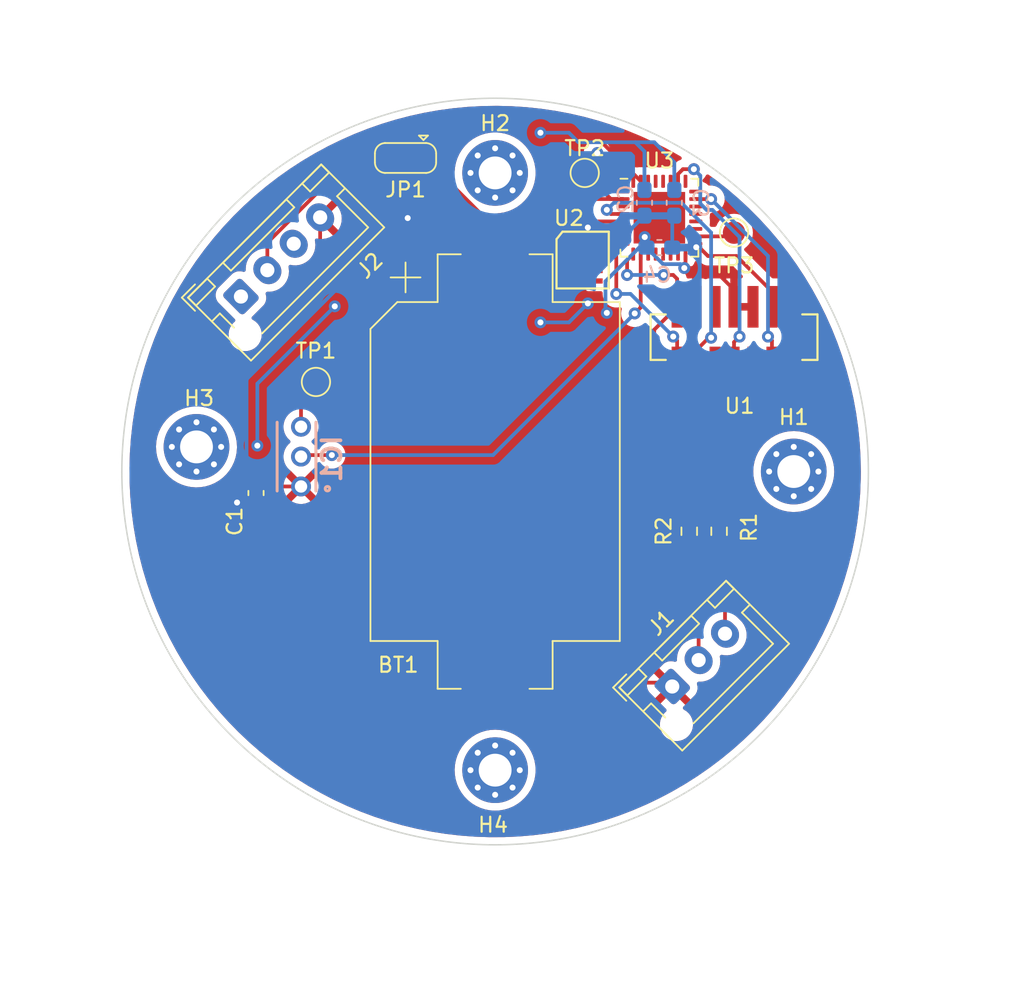
<source format=kicad_pcb>
(kicad_pcb (version 20211014) (generator pcbnew)
  (layers (0 "F.Cu" signal) (31 "B.Cu" signal) (34 "B.Paste" user) (35 "F.Paste" user) (36 "B.SilkS" user "B.Silkscreen") (37 "F.SilkS" user "F.Silkscreen") (38 "B.Mask" user) (39 "F.Mask" user) (44 "Edge.Cuts" user))
  (net 0 "")
  (net 3 "VDD")
  (net 4 "/SWDIO")
  (net 5 "GND")
  (net 6 "/SWDCLK")
  (net 7 "/SWO")
  (net 10 "/NRST")
  (net 11 "/RX")
  (net 12 "/TX")
  (net 13 "/sensor_pwr")
  (net 14 "Net-(IC1-Pad3)")
  (net 16 "/oscillator")
  (net 18 "/CLKOUT")
  (net 19 "Net-(J1-Pad3)")
  (net 20 "Net-(J1-Pad2)")
  (net 22 "/tsl237_frequency")
  (net 33 "/SDWCLK")
  (net 39 "Net-(BT1-Pad1)")
  (net 40 "Net-(J2-Pad2)")
  (footprint "Connector_JST:JST_XH_B4B-XH-AM_1x04_P2.50mm_Vertical" (layer "F.Cu") (at 132.977119 78.28042 45)
    (fp_text reference "J2" (at 7.571912 4.629754 45) (layer "F.SilkS"))
    (fp_text value "Conn_01x04")
    (fp_line (start 9.3 2.75) (end 3.75 2.75) (layer "F.SilkS") (width 0.12))
    (fp_line (start 10.05 -0.2) (end 9.3 -0.2) (layer "F.SilkS") (width 0.12))
    (fp_line (start 0.75 -2.45) (end 0.75 -1.7) (layer "F.SilkS") (width 0.12))
    (fp_line (start -0.75 -1.7) (end -0.75 -2.45) (layer "F.SilkS") (width 0.12))
    (fp_line (start 10.06 3.51) (end 10.06 -2.46) (layer "F.SilkS") (width 0.12))
    (fp_line (start 8.25 -2.45) (end 8.25 -1.7) (layer "F.SilkS") (width 0.12))
    (fp_line (start 3.75 2.75) (end -0.74 2.75) (layer "F.SilkS") (width 0.12))
    (fp_line (start 9.3 -0.2) (end 9.3 2.75) (layer "F.SilkS") (width 0.12))
    (fp_line (start -2.56 -2.46) (end -2.56 3.51) (layer "F.SilkS") (width 0.12))
    (fp_line (start -2.56 3.51) (end 10.06 3.51) (layer "F.SilkS") (width 0.12))
    (fp_line (start -2.85 -2.75) (end -2.85 -1.5) (layer "F.SilkS") (width 0.12))
    (fp_line (start -2.55 -0.2) (end -1.8 -0.2) (layer "F.SilkS") (width 0.12))
    (fp_line (start -2.55 -2.45) (end -2.55 -1.7) (layer "F.SilkS") (width 0.12))
    (fp_line (start -2.55 -1.7) (end -0.75 -1.7) (layer "F.SilkS") (width 0.12))
    (fp_line (start 10.05 -2.45) (end 8.25 -2.45) (layer "F.SilkS") (width 0.12))
    (fp_line (start 6.75 -1.7) (end 6.75 -2.45) (layer "F.SilkS") (width 0.12))
    (fp_line (start -0.75 -2.45) (end -2.55 -2.45) (layer "F.SilkS") (width 0.12))
    (fp_line (start 8.25 -1.7) (end 10.05 -1.7) (layer "F.SilkS") (width 0.12))
    (fp_line (start 10.05 -1.7) (end 10.05 -2.45) (layer "F.SilkS") (width 0.12))
    (fp_line (start 6.75 -2.45) (end 0.75 -2.45) (layer "F.SilkS") (width 0.12))
    (fp_line (start 10.06 -2.46) (end -2.56 -2.46) (layer "F.SilkS") (width 0.12))
    (fp_line (start -1.8 -0.2) (end -1.8 1.14) (layer "F.SilkS") (width 0.12))
    (fp_line (start 0.75 -1.7) (end 6.75 -1.7) (layer "F.SilkS") (width 0.12))
    (fp_line (start -1.6 -2.75) (end -2.85 -2.75) (layer "F.SilkS") (width 0.12))
    (pad "" np_thru_hole circle (at -1.6 2 45) (size 1.2 1.2) (drill 1.2) (layers *.Cu *.Mask))
    (pad "1" thru_hole roundrect (at 0 0 45) (size 1.7 1.95) (drill 0.95) (layers *.Cu *.Mask) (roundrect_rratio 0.147059))
    (pad "2" thru_hole oval (at 2.5 0 45) (size 1.7 1.95) (drill 0.95) (layers *.Cu *.Mask) (net 40 "Net-(J2-Pad2)"))
    (pad "3" thru_hole oval (at 5 0 45) (size 1.7 1.95) (drill 0.95) (layers *.Cu *.Mask))
    (pad "4" thru_hole oval (at 7.5 0 45) (size 1.7 1.95) (drill 0.95) (layers *.Cu *.Mask) (net 5 "GND"))
  )
  (footprint "MountingHole:MountingHole_2.2mm_M2_Pad_Via" (layer "F.Cu") (at 150 110)
    (fp_text reference "H4" (at -0.14 3.665) (layer "F.SilkS"))
    (fp_text value "MountingHole")
    (pad "1" thru_hole circle (at 1.65 0) (size 0.7 0.7) (drill 0.4) (layers *.Cu *.Mask))
    (pad "1" thru_hole circle (at 1.166726 1.166726) (size 0.7 0.7) (drill 0.4) (layers *.Cu *.Mask))
    (pad "1" thru_hole circle (at 0 1.65) (size 0.7 0.7) (drill 0.4) (layers *.Cu *.Mask))
    (pad "1" thru_hole circle (at -1.65 0) (size 0.7 0.7) (drill 0.4) (layers *.Cu *.Mask))
    (pad "1" thru_hole circle (at -1.166726 -1.166726) (size 0.7 0.7) (drill 0.4) (layers *.Cu *.Mask))
    (pad "1" thru_hole circle (at 1.166726 -1.166726) (size 0.7 0.7) (drill 0.4) (layers *.Cu *.Mask))
    (pad "1" thru_hole circle (at -1.166726 1.166726) (size 0.7 0.7) (drill 0.4) (layers *.Cu *.Mask))
    (pad "1" thru_hole circle (at 0 -1.65) (size 0.7 0.7) (drill 0.4) (layers *.Cu *.Mask))
    (pad "1" thru_hole circle (at 0 0) (size 4.4 4.4) (drill 2.2) (layers *.Cu *.Mask))
  )
  (footprint "Connector_JST:JST_XH_B3B-XH-AM_1x03_P2.50mm_Vertical" (layer "F.Cu") (at 161.861002 104.396536 45)
    (fp_text reference "J1" (at 2.5 -3.55 45) (layer "F.SilkS"))
    (fp_text value "Conn_01x03")
    (fp_line (start -2.85 -2.75) (end -2.85 -1.5) (layer "F.SilkS") (width 0.12))
    (fp_line (start -2.55 -0.2) (end -1.8 -0.2) (layer "F.SilkS") (width 0.12))
    (fp_line (start 7.55 -0.2) (end 6.8 -0.2) (layer "F.SilkS") (width 0.12))
    (fp_line (start -1.6 -2.75) (end -2.85 -2.75) (layer "F.SilkS") (width 0.12))
    (fp_line (start 7.55 -1.7) (end 7.55 -2.45) (layer "F.SilkS") (width 0.12))
    (fp_line (start 4.25 -2.45) (end 0.75 -2.45) (layer "F.SilkS") (width 0.12))
    (fp_line (start -0.75 -1.7) (end -0.75 -2.45) (layer "F.SilkS") (width 0.12))
    (fp_line (start 6.8 2.75) (end 2.5 2.75) (layer "F.SilkS") (width 0.12))
    (fp_line (start 2.5 2.75) (end -0.74 2.75) (layer "F.SilkS") (width 0.12))
    (fp_line (start 0.75 -2.45) (end 0.75 -1.7) (layer "F.SilkS") (width 0.12))
    (fp_line (start 7.56 -2.46) (end -2.56 -2.46) (layer "F.SilkS") (width 0.12))
    (fp_line (start 7.55 -2.45) (end 5.75 -2.45) (layer "F.SilkS") (width 0.12))
    (fp_line (start 7.56 3.51) (end 7.56 -2.46) (layer "F.SilkS") (width 0.12))
    (fp_line (start -2.55 -1.7) (end -0.75 -1.7) (layer "F.SilkS") (width 0.12))
    (fp_line (start 5.75 -1.7) (end 7.55 -1.7) (layer "F.SilkS") (width 0.12))
    (fp_line (start -2.55 -2.45) (end -2.55 -1.7) (layer "F.SilkS") (width 0.12))
    (fp_line (start -2.56 -2.46) (end -2.56 3.51) (layer "F.SilkS") (width 0.12))
    (fp_line (start -1.8 -0.2) (end -1.8 1.14) (layer "F.SilkS") (width 0.12))
    (fp_line (start 4.25 -1.7) (end 4.25 -2.45) (layer "F.SilkS") (width 0.12))
    (fp_line (start 6.8 -0.2) (end 6.8 2.75) (layer "F.SilkS") (width 0.12))
    (fp_line (start -2.56 3.51) (end 7.56 3.51) (layer "F.SilkS") (width 0.12))
    (fp_line (start 0.75 -1.7) (end 4.25 -1.7) (layer "F.SilkS") (width 0.12))
    (fp_line (start -0.75 -2.45) (end -2.55 -2.45) (layer "F.SilkS") (width 0.12))
    (fp_line (start 5.75 -2.45) (end 5.75 -1.7) (layer "F.SilkS") (width 0.12))
    (pad "" np_thru_hole circle (at -1.6 2 45) (size 1.2 1.2) (drill 1.2) (layers *.Cu *.Mask))
    (pad "1" thru_hole roundrect (at 0 0 45) (size 1.7 1.95) (drill 0.95) (layers *.Cu *.Mask) (roundrect_rratio 0.147059) (net 5 "GND"))
    (pad "2" thru_hole oval (at 2.5 0 45) (size 1.7 1.95) (drill 0.95) (layers *.Cu *.Mask) (net 20 "Net-(J1-Pad2)"))
    (pad "3" thru_hole oval (at 5 0 45) (size 1.7 1.95) (drill 0.95) (layers *.Cu *.Mask) (net 19 "Net-(J1-Pad3)"))
  )
  (footprint "TestPoint:TestPoint_Pad_D1.5mm" (layer "F.Cu") (at 156 70)
    (fp_text reference "TP2" (at 0 -1.648) (layer "F.SilkS"))
    (fp_text value "TestPoint")
    (fp_circle (center 0 0) (end 0 0.95) (layer "F.SilkS") (width 0.12) (fill none))
    (pad "1" smd circle (at 0 0) (size 1.5 1.5) (layers "F.Cu" "F.Mask") (net 16 "/oscillator"))
  )
  (footprint "Resistor_SMD:R_0603_1608Metric_Pad0.98x0.95mm_HandSolder" (layer "F.Cu") (at 163 94 90)
    (fp_text reference "R2" (at 0 -1.71 90) (layer "F.SilkS"))
    (fp_text value "R_US")
    (fp_line (start -0.254724 -0.5225) (end 0.254724 -0.5225) (layer "F.SilkS") (width 0.12))
    (fp_line (start -0.254724 0.5225) (end 0.254724 0.5225) (layer "F.SilkS") (width 0.12))
    (pad "1" smd roundrect (at -0.9125 0 90) (size 0.975 0.95) (layers "F.Cu" "F.Paste" "F.Mask") (net 20 "Net-(J1-Pad2)"))
    (pad "2" smd roundrect (at 0.9125 0 90) (size 0.975 0.95) (layers "F.Cu" "F.Paste" "F.Mask") (net 11 "/RX"))
  )
  (footprint "Resistor_SMD:R_0603_1608Metric_Pad0.98x0.95mm_HandSolder" (layer "F.Cu") (at 165 94 90)
    (fp_text reference "R1" (at 0.254724 2.005 90) (layer "F.SilkS"))
    (fp_text value "R_US")
    (fp_line (start -0.254724 0.5225) (end 0.254724 0.5225) (layer "F.SilkS") (width 0.12))
    (fp_line (start -0.254724 -0.5225) (end 0.254724 -0.5225) (layer "F.SilkS") (width 0.12))
    (pad "1" smd roundrect (at -0.9125 0 90) (size 0.975 0.95) (layers "F.Cu" "F.Paste" "F.Mask") (net 19 "Net-(J1-Pad3)"))
    (pad "2" smd roundrect (at 0.9125 0 90) (size 0.975 0.95) (layers "F.Cu" "F.Paste" "F.Mask") (net 12 "/TX"))
  )
  (footprint "MountingHole:MountingHole_2.2mm_M2_Pad_Via" (layer "F.Cu") (at 130 88.35)
    (fp_text reference "H3" (at 0.175 -3.26) (layer "F.SilkS"))
    (fp_text value "MountingHole")
    (pad "1" thru_hole circle (at 0 0) (size 4.4 4.4) (drill 2.2) (layers *.Cu *.Mask))
    (pad "1" thru_hole circle (at 0 1.65) (size 0.7 0.7) (drill 0.4) (layers *.Cu *.Mask))
    (pad "1" thru_hole circle (at 0 -1.65) (size 0.7 0.7) (drill 0.4) (layers *.Cu *.Mask))
    (pad "1" thru_hole circle (at 1.166726 -1.166726) (size 0.7 0.7) (drill 0.4) (layers *.Cu *.Mask))
    (pad "1" thru_hole circle (at -1.166726 1.166726) (size 0.7 0.7) (drill 0.4) (layers *.Cu *.Mask))
    (pad "1" thru_hole circle (at -1.65 0) (size 0.7 0.7) (drill 0.4) (layers *.Cu *.Mask))
    (pad "1" thru_hole circle (at -1.166726 -1.166726) (size 0.7 0.7) (drill 0.4) (layers *.Cu *.Mask))
    (pad "1" thru_hole circle (at 1.65 0) (size 0.7 0.7) (drill 0.4) (layers *.Cu *.Mask))
    (pad "1" thru_hole circle (at 1.166726 1.166726) (size 0.7 0.7) (drill 0.4) (layers *.Cu *.Mask))
  )
  (footprint "Capacitor_SMD:C_0603_1608Metric_Pad1.08x0.95mm_HandSolder" (layer "F.Cu") (at 133.985 91.44 90)
    (fp_text reference "C1" (at -1.905 -1.43 90) (layer "F.SilkS"))
    (fp_text value "1uF")
    (fp_line (start -0.146267 0.51) (end 0.146267 0.51) (layer "F.SilkS") (width 0.12))
    (fp_line (start -0.146267 -0.51) (end 0.146267 -0.51) (layer "F.SilkS") (width 0.12))
    (pad "1" smd roundrect (at -0.8625 0 90) (size 1.075 0.95) (layers "F.Cu" "F.Paste" "F.Mask") (net 3 "VDD"))
    (pad "2" smd roundrect (at 0.8625 0 90) (size 1.075 0.95) (layers "F.Cu" "F.Paste" "F.Mask") (net 5 "GND"))
  )
  (footprint "TestPoint:TestPoint_Pad_D1.5mm" (layer "F.Cu") (at 138 84)
    (fp_text reference "TP1" (at 0 -2.085) (layer "F.SilkS"))
    (fp_text value "TestPoint")
    (fp_circle (center 0 0) (end 0 0.95) (layer "F.SilkS") (width 0.12) (fill none))
    (pad "1" smd circle (at 0 0) (size 1.5 1.5) (layers "F.Cu" "F.Mask") (net 14 "Net-(IC1-Pad3)"))
  )
  (footprint "e314-2020:ftsh_14p_connector" (layer "F.Cu") (at 166 81 180)
    (fp_text reference "U1" (at -0.37 -4.60756) (layer "F.SilkS"))
    (fp_text value "STDC14")
    (fp_line (start -4.572 -1.524) (end -5.588 -1.524) (layer "F.SilkS") (width 0.15))
    (fp_line (start 5.588 1.524) (end 4.572 1.524) (layer "F.SilkS") (width 0.15))
    (fp_line (start -5.588 1.524) (end -4.572 1.524) (layer "F.SilkS") (width 0.15))
    (fp_line (start 5.588 -1.524) (end 5.588 1.524) (layer "F.SilkS") (width 0.15))
    (fp_line (start 4.572 -1.524) (end 5.588 -1.524) (layer "F.SilkS") (width 0.15))
    (fp_line (start -5.588 -1.524) (end -5.588 1.524) (layer "F.SilkS") (width 0.15))
    (pad "1" smd rect locked (at -3.81 2.032 180) (size 0.74 2.79) (layers "F.Cu" "F.Paste" "F.Mask"))
    (pad "2" smd rect locked (at -3.81 -2.032 180) (size 0.74 2.79) (layers "F.Cu" "F.Paste" "F.Mask"))
    (pad "3" smd rect locked (at -2.54 2.032 180) (size 0.74 2.79) (layers "F.Cu" "F.Paste" "F.Mask") (net 3 "VDD"))
    (pad "4" smd rect locked (at -2.54 -2.032 180) (size 0.74 2.79) (layers "F.Cu" "F.Paste" "F.Mask") (net 4 "/SWDIO"))
    (pad "5" smd rect locked (at -1.27 2.032 180) (size 0.74 2.79) (layers "F.Cu" "F.Paste" "F.Mask") (net 5 "GND"))
    (pad "6" smd rect locked (at -1.27 -2.032 180) (size 0.74 2.79) (layers "F.Cu" "F.Paste" "F.Mask") (net 6 "/SWDCLK"))
    (pad "7" smd rect locked (at 0 2.032 180) (size 0.74 2.79) (layers "F.Cu" "F.Paste" "F.Mask") (net 5 "GND"))
    (pad "8" smd rect locked (at 0 -2.032 180) (size 0.74 2.79) (layers "F.Cu" "F.Paste" "F.Mask") (net 7 "/SWO"))
    (pad "9" smd rect locked (at 1.27 2.032 180) (size 0.74 2.79) (layers "F.Cu" "F.Paste" "F.Mask"))
    (pad "10" smd rect locked (at 1.27 -2.032 180) (size 0.74 2.79) (layers "F.Cu" "F.Paste" "F.Mask"))
    (pad "11" smd rect locked (at 2.54 2.032 180) (size 0.74 2.79) (layers "F.Cu" "F.Paste" "F.Mask") (net 5 "GND"))
    (pad "12" smd rect locked (at 2.54 -2.032 180) (size 0.74 2.79) (layers "F.Cu" "F.Paste" "F.Mask") (net 10 "/NRST"))
    (pad "13" smd rect locked (at 3.81 2.032 180) (size 0.74 2.79) (layers "F.Cu" "F.Paste" "F.Mask") (net 11 "/RX"))
    (pad "14" smd rect locked (at 3.81 -2.032 180) (size 0.74 2.79) (layers "F.Cu" "F.Paste" "F.Mask") (net 12 "/TX"))
  )
  (footprint "MountingHole:MountingHole_2.2mm_M2_Pad_Via" (layer "F.Cu") (at 170 90)
    (fp_text reference "H1" (at 0 -3.64) (layer "F.SilkS"))
    (fp_text value "MountingHole")
    (pad "1" thru_hole circle (at 1.166726 -1.166726) (size 0.7 0.7) (drill 0.4) (layers *.Cu *.Mask))
    (pad "1" thru_hole circle (at 1.65 0) (size 0.7 0.7) (drill 0.4) (layers *.Cu *.Mask))
    (pad "1" thru_hole circle (at -1.65 0) (size 0.7 0.7) (drill 0.4) (layers *.Cu *.Mask))
    (pad "1" thru_hole circle (at 0 0) (size 4.4 4.4) (drill 2.2) (layers *.Cu *.Mask))
    (pad "1" thru_hole circle (at 0 1.65) (size 0.7 0.7) (drill 0.4) (layers *.Cu *.Mask))
    (pad "1" thru_hole circle (at 0 -1.65) (size 0.7 0.7) (drill 0.4) (layers *.Cu *.Mask))
    (pad "1" thru_hole circle (at 1.166726 1.166726) (size 0.7 0.7) (drill 0.4) (layers *.Cu *.Mask))
    (pad "1" thru_hole circle (at -1.166726 -1.166726) (size 0.7 0.7) (drill 0.4) (layers *.Cu *.Mask))
    (pad "1" thru_hole circle (at -1.166726 1.166726) (size 0.7 0.7) (drill 0.4) (layers *.Cu *.Mask))
  )
  (footprint "e314-2020:TG-3541CE" (layer "F.Cu") (at 157.7125 72.4375)
    (fp_text reference "U2" (at -2.7725 0.5875) (layer "F.SilkS"))
    (fp_text value "TG-3541CE")
    (fp_line (start -0.1 1.5) (end -0.1 5.3) (layer "F.SilkS") (width 0.15))
    (fp_line (start -3.6 5.3) (end -3.6 2) (layer "F.SilkS") (width 0.15))
    (fp_line (start -0.1 5.3) (end -3.6 5.3) (layer "F.SilkS") (width 0.15))
    (fp_line (start -3.6 2) (end -3.2 1.5) (layer "F.SilkS") (width 0.15))
    (fp_line (start -3.2 1.5) (end -0.1 1.5) (layer "F.SilkS") (width 0.15))
    (pad "1" smd rect locked (at -2.7 2) (size 0.9 0.35) (layers "F.Cu" "F.Paste" "F.Mask") (net 3 "VDD"))
    (pad "2" smd rect locked (at -2.7 2.7) (size 0.9 0.35) (layers "F.Cu" "F.Paste" "F.Mask") (net 3 "VDD"))
    (pad "3" smd rect locked (at -2.7 3.4) (size 0.9 0.35) (layers "F.Cu" "F.Paste" "F.Mask") (net 3 "VDD"))
    (pad "4" smd rect locked (at -2.7 4.1) (size 0.9 0.35) (layers "F.Cu" "F.Paste" "F.Mask") (net 16 "/oscillator"))
    (pad "5" smd rect locked (at -2.7 4.8) (size 0.9 0.35) (layers "F.Cu" "F.Paste" "F.Mask") (net 5 "GND"))
    (pad "6" smd rect locked (at -0.96 4.8) (size 0.9 0.35) (layers "F.Cu" "F.Paste" "F.Mask"))
    (pad "7" smd rect locked (at -0.96 4.1) (size 0.9 0.35) (layers "F.Cu" "F.Paste" "F.Mask") (net 5 "GND"))
    (pad "8" smd rect locked (at -0.96 3.4) (size 0.9 0.35) (layers "F.Cu" "F.Paste" "F.Mask") (net 5 "GND"))
    (pad "9" smd rect locked (at -0.96 2.7) (size 0.9 0.35) (layers "F.Cu" "F.Paste" "F.Mask") (net 5 "GND"))
    (pad "10" smd rect locked (at -0.96 2) (size 0.9 0.35) (layers "F.Cu" "F.Paste" "F.Mask"))
  )
  (footprint "MountingHole:MountingHole_2.2mm_M2_Pad_Via" (layer "F.Cu") (at 150 70)
    (fp_text reference "H2" (at 0 -3.325) (layer "F.SilkS"))
    (fp_text value "MountingHole")
    (pad "1" thru_hole circle (at 0 0) (size 4.4 4.4) (drill 2.2) (layers *.Cu *.Mask))
    (pad "1" thru_hole circle (at 0 1.65) (size 0.7 0.7) (drill 0.4) (layers *.Cu *.Mask))
    (pad "1" thru_hole circle (at -1.65 0) (size 0.7 0.7) (drill 0.4) (layers *.Cu *.Mask))
    (pad "1" thru_hole circle (at -1.166726 1.166726) (size 0.7 0.7) (drill 0.4) (layers *.Cu *.Mask))
    (pad "1" thru_hole circle (at 1.166726 1.166726) (size 0.7 0.7) (drill 0.4) (layers *.Cu *.Mask))
    (pad "1" thru_hole circle (at 0 -1.65) (size 0.7 0.7) (drill 0.4) (layers *.Cu *.Mask))
    (pad "1" thru_hole circle (at -1.166726 -1.166726) (size 0.7 0.7) (drill 0.4) (layers *.Cu *.Mask))
    (pad "1" thru_hole circle (at 1.65 0) (size 0.7 0.7) (drill 0.4) (layers *.Cu *.Mask))
    (pad "1" thru_hole circle (at 1.166726 -1.166726) (size 0.7 0.7) (drill 0.4) (layers *.Cu *.Mask))
  )
  (footprint "Package_DFN_QFN:QFN-32-1EP_5x5mm_P0.5mm_EP3.45x3.45mm" (layer "F.Cu") (at 161 73)
    (fp_text reference "U3" (at 0 -3.82) (layer "F.SilkS"))
    (fp_text value "STM32L432KCUx")
    (fp_line (start -2.135 -2.61) (end -2.61 -2.61) (layer "F.SilkS") (width 0.12))
    (fp_line (start 2.61 2.61) (end 2.61 2.135) (layer "F.SilkS") (width 0.12))
    (fp_line (start -2.61 2.61) (end -2.61 2.135) (layer "F.SilkS") (width 0.12))
    (fp_line (start 2.135 -2.61) (end 2.61 -2.61) (layer "F.SilkS") (width 0.12))
    (fp_line (start 2.61 -2.61) (end 2.61 -2.135) (layer "F.SilkS") (width 0.12))
    (fp_line (start 2.135 2.61) (end 2.61 2.61) (layer "F.SilkS") (width 0.12))
    (fp_line (start -2.135 2.61) (end -2.61 2.61) (layer "F.SilkS") (width 0.12))
    (pad "1" smd roundrect (at -2.4375 -1.75) (size 0.875 0.25) (layers "F.Cu" "F.Paste" "F.Mask") (net 3 "VDD"))
    (pad "2" smd roundrect (at -2.4375 -1.25) (size 0.875 0.25) (layers "F.Cu" "F.Paste" "F.Mask") (net 16 "/oscillator"))
    (pad "3" smd roundrect (at -2.4375 -0.75) (size 0.875 0.25) (layers "F.Cu" "F.Paste" "F.Mask"))
    (pad "4" smd roundrect (at -2.4375 -0.25) (size 0.875 0.25) (layers "F.Cu" "F.Paste" "F.Mask") (net 10 "/NRST"))
    (pad "5" smd roundrect (at -2.4375 0.25) (size 0.875 0.25) (layers "F.Cu" "F.Paste" "F.Mask") (net 3 "VDD"))
    (pad "6" smd roundrect (at -2.4375 0.75) (size 0.875 0.25) (layers "F.Cu" "F.Paste" "F.Mask") (net 22 "/tsl237_frequency"))
    (pad "7" smd roundrect (at -2.4375 1.25) (size 0.875 0.25) (layers "F.Cu" "F.Paste" "F.Mask"))
    (pad "8" smd roundrect (at -2.4375 1.75) (size 0.875 0.25) (layers "F.Cu" "F.Paste" "F.Mask") (net 12 "/TX"))
    (pad "9" smd roundrect (at -1.75 2.4375) (size 0.25 0.875) (layers "F.Cu" "F.Paste" "F.Mask") (net 11 "/RX"))
    (pad "10" smd roundrect (at -1.25 2.4375) (size 0.25 0.875) (layers "F.Cu" "F.Paste" "F.Mask") (net 13 "/sensor_pwr"))
    (pad "11" smd roundrect (at -0.75 2.4375) (size 0.25 0.875) (layers "F.Cu" "F.Paste" "F.Mask"))
    (pad "12" smd roundrect (at -0.25 2.4375) (size 0.25 0.875) (layers "F.Cu" "F.Paste" "F.Mask"))
    (pad "13" smd roundrect (at 0.25 2.4375) (size 0.25 0.875) (layers "F.Cu" "F.Paste" "F.Mask"))
    (pad "14" smd roundrect (at 0.75 2.4375) (size 0.25 0.875) (layers "F.Cu" "F.Paste" "F.Mask"))
    (pad "15" smd roundrect (at 1.25 2.4375) (size 0.25 0.875) (layers "F.Cu" "F.Paste" "F.Mask"))
    (pad "16" smd roundrect (at 1.75 2.4375) (size 0.25 0.875) (layers "F.Cu" "F.Paste" "F.Mask") (net 5 "GND"))
    (pad "17" smd roundrect (at 2.4375 1.75) (size 0.875 0.25) (layers "F.Cu" "F.Paste" "F.Mask") (net 3 "VDD"))
    (pad "18" smd roundrect (at 2.4375 1.25) (size 0.875 0.25) (layers "F.Cu" "F.Paste" "F.Mask") (net 18 "/CLKOUT"))
    (pad "19" smd roundrect (at 2.4375 0.75) (size 0.875 0.25) (layers "F.Cu" "F.Paste" "F.Mask"))
    (pad "20" smd roundrect (at 2.4375 0.25) (size 0.875 0.25) (layers "F.Cu" "F.Paste" "F.Mask"))
    (pad "21" smd roundrect (at 2.4375 -0.25) (size 0.875 0.25) (layers "F.Cu" "F.Paste" "F.Mask"))
    (pad "22" smd roundrect (at 2.4375 -0.75) (size 0.875 0.25) (layers "F.Cu" "F.Paste" "F.Mask"))
    (pad "23" smd roundrect (at 2.4375 -1.25) (size 0.875 0.25) (layers "F.Cu" "F.Paste" "F.Mask") (net 4 "/SWDIO"))
    (pad "24" smd roundrect (at 2.4375 -1.75) (size 0.875 0.25) (layers "F.Cu" "F.Paste" "F.Mask") (net 33 "/SDWCLK"))
    (pad "25" smd roundrect (at 1.75 -2.4375) (size 0.25 0.875) (layers "F.Cu" "F.Paste" "F.Mask"))
    (pad "26" smd roundrect (at 1.25 -2.4375) (size 0.25 0.875) (layers "F.Cu" "F.Paste" "F.Mask") (net 7 "/SWO"))
    (pad "27" smd roundrect (at 0.75 -2.4375) (size 0.25 0.875) (layers "F.Cu" "F.Paste" "F.Mask"))
    (pad "28" smd roundrect (at 0.25 -2.4375) (size 0.25 0.875) (layers "F.Cu" "F.Paste" "F.Mask"))
    (pad "29" smd roundrect (at -0.25 -2.4375) (size 0.25 0.875) (layers "F.Cu" "F.Paste" "F.Mask"))
    (pad "30" smd roundrect (at -0.75 -2.4375) (size 0.25 0.875) (layers "F.Cu" "F.Paste" "F.Mask"))
    (pad "31" smd roundrect (at -1.25 -2.4375) (size 0.25 0.875) (layers "F.Cu" "F.Paste" "F.Mask") (net 5 "GND"))
    (pad "32" smd roundrect (at -1.75 -2.4375) (size 0.25 0.875) (layers "F.Cu" "F.Paste" "F.Mask") (net 5 "GND"))
    (pad "33" smd rect (at 0 0) (size 3.45 3.45) (layers "F.Cu" "F.Mask") (net 5 "GND"))
  )
  (footprint "TestPoint:TestPoint_Pad_D1.5mm" (layer "F.Cu") (at 166 74)
    (fp_text reference "TP3" (at 0 2.2) (layer "F.SilkS"))
    (fp_text value "TestPoint")
    (fp_circle (center 0 0) (end 0 0.95) (layer "F.SilkS") (width 0.12) (fill none))
    (pad "1" smd circle (at 0 0) (size 1.5 1.5) (layers "F.Cu" "F.Mask") (net 18 "/CLKOUT"))
  )
  (footprint "Jumper:SolderJumper-3_P1.3mm_Open_RoundedPad1.0x1.5mm" (layer "F.Cu") (at 144 69 180)
    (fp_text reference "JP1" (at 0 -2.12) (layer "F.SilkS"))
    (fp_text value "Jumper_3_Open")
    (fp_line (start -1.2 1.2) (end -1.5 1.5) (layer "F.SilkS") (width 0.12))
    (fp_line (start -1.5 1.5) (end -0.9 1.5) (layer "F.SilkS") (width 0.12))
    (fp_line (start -2.05 0.3) (end -2.05 -0.3) (layer "F.SilkS") (width 0.12))
    (fp_line (start 2.05 -0.3) (end 2.05 0.3) (layer "F.SilkS") (width 0.12))
    (fp_line (start -1.4 -1) (end 1.4 -1) (layer "F.SilkS") (width 0.12))
    (fp_line (start 1.4 1) (end -1.4 1) (layer "F.SilkS") (width 0.12))
    (fp_line (start -1.2 1.2) (end -0.9 1.5) (layer "F.SilkS") (width 0.12))
    (fp_arc (start -2.05 -0.3) (mid -1.844975 -0.794975) (end -1.35 -1) (layer "F.SilkS") (width 0.12))
    (fp_arc (start 2.05 0.3) (mid 1.844975 0.794975) (end 1.35 1) (layer "F.SilkS") (width 0.12))
    (fp_arc (start 1.35 -1) (mid 1.844975 -0.794975) (end 2.05 -0.3) (layer "F.SilkS") (width 0.12))
    (fp_arc (start -1.35 1) (mid -1.844975 0.794975) (end -2.05 0.3) (layer "F.SilkS") (width 0.12))
    (pad "1" smd custom (at -1.3 0 180) (size 1 0.5) (layers "F.Cu" "F.Mask") (net 39 "Net-(BT1-Pad1)") (options (clearance outline) (anchor rect)) (primitives (gr_circle (center 0 0.25) (end 0.5 0.25) (width 0) (fill yes)) (gr_circle (center 0 -0.25) (end 0.5 -0.25) (width 0) (fill yes)) (gr_poly (pts (xy 0.55 0.75) (xy 0 0.75) (xy 0 -0.75) (xy 0.55 -0.75)) (width 0) (fill yes))))
    (pad "2" smd rect (at 0 0 180) (size 1 1.5) (layers "F.Cu" "F.Mask") (net 3 "VDD"))
    (pad "3" smd custom (at 1.3 0 180) (size 1 0.5) (layers "F.Cu" "F.Mask") (net 40 "Net-(J2-Pad2)") (options (clearance outline) (anchor rect)) (primitives (gr_circle (center 0 0.25) (end 0.5 0.25) (width 0) (fill yes)) (gr_circle (center 0 -0.25) (end 0.5 -0.25) (width 0) (fill yes)) (gr_poly (pts (xy 0 0.75) (xy -0.55 0.75) (xy -0.55 -0.75) (xy 0 -0.75)) (width 0) (fill yes))))
  )
  (footprint "Battery:BatteryHolder_Keystone_1060_1x2032" (layer "F.Cu") (at 150 90 -90)
    (fp_text reference "BT1" (at 12.95 6.49 180) (layer "F.SilkS"))
    (fp_text value "Battery_Cell")
    (fp_line (start 14.55 3.85) (end 14.55 2.3) (layer "F.SilkS") (width 0.12))
    (fp_line (start -12 6) (end -14 6) (layer "F.SilkS") (width 0.12))
    (fp_line (start -11.35 -3.85) (end -14.55 -3.85) (layer "F.SilkS") (width 0.12))
    (fp_line (start 11.35 8.35) (end 11.35 3.85) (layer "F.SilkS") (width 0.12))
    (fp_line (start -11.35 6.55) (end -11.35 3.85) (layer "F.SilkS") (width 0.12))
    (fp_line (start -14.55 3.85) (end -14.55 2.3) (layer "F.SilkS") (width 0.12))
    (fp_line (start 11.35 8.35) (end -9.55 8.35) (layer "F.SilkS") (width 0.12))
    (fp_line (start -11.35 -8.35) (end -11.35 -3.85) (layer "F.SilkS") (width 0.12))
    (fp_line (start -9.55 8.35) (end -11.35 6.55) (layer "F.SilkS") (width 0.12))
    (fp_line (start 11.35 -3.85) (end 14.55 -3.85) (layer "F.SilkS") (width 0.12))
    (fp_line (start -13 5) (end -13 7) (layer "F.SilkS") (width 0.12))
    (fp_line (start 11.35 3.85) (end 14.55 3.85) (layer "F.SilkS") (width 0.12))
    (fp_line (start 11.35 -8.35) (end 11.35 -3.85) (layer "F.SilkS") (width 0.12))
    (fp_line (start 14.55 -3.85) (end 14.55 -2.3) (layer "F.SilkS") (width 0.12))
    (fp_line (start -11.35 3.85) (end -14.55 3.85) (layer "F.SilkS") (width 0.12))
    (fp_line (start -11.35 -8.35) (end 11.35 -8.35) (layer "F.SilkS") (width 0.12))
    (fp_line (start -14.55 -3.85) (end -14.55 -2.3) (layer "F.SilkS") (width 0.12))
    (pad "1" smd rect (at -14.65 0 90) (size 2.6 3.6) (layers "F.Cu" "F.Paste" "F.Mask") (net 39 "Net-(BT1-Pad1)"))
    (pad "2" smd rect (at 14.65 0 90) (size 2.6 3.6) (layers "F.Cu" "F.Paste" "F.Mask") (net 5 "GND"))
  )
  (footprint "Capacitor_SMD:C_0603_1608Metric_Pad1.08x0.95mm_HandSolder" (layer "B.Cu") (at 162 72 90)
    (fp_text reference "C3" (at 0 1.83 90) (layer "B.SilkS") (effects (justify mirror)))
    (fp_text value "1uF")
    (fp_line (start -0.146267 -0.51) (end 0.146267 -0.51) (layer "B.SilkS") (width 0.12))
    (fp_line (start -0.146267 0.51) (end 0.146267 0.51) (layer "B.SilkS") (width 0.12))
    (pad "1" smd roundrect (at -0.8625 0 90) (size 1.075 0.95) (layers "B.Cu" "B.Paste" "B.Mask") (net 3 "VDD"))
    (pad "2" smd roundrect (at 0.8625 0 90) (size 1.075 0.95) (layers "B.Cu" "B.Paste" "B.Mask") (net 5 "GND"))
  )
  (footprint "e314-2020:TSL237S-LF" (layer "B.Cu") (at 137 89 90)
    (fp_text reference "IC1" (at -0.151 2.065 90) (layer "B.SilkS") (effects (font (size 1.27 1.27) (thickness 0.254)) (justify mirror)))
    (fp_text value "TSL237S-LF" hide)
    (fp_line (start 2.3 -1.6) (end -2.3 -1.6) (layer "B.SilkS") (width 0.2))
    (fp_line (start -2.3 1) (end 2.3 1) (layer "B.SilkS") (width 0.2))
    (fp_circle (center -2.149 1.77) (end -2.149 1.72313) (layer "B.SilkS") (width 0.2) (fill none))
    (pad "1" thru_hole circle locked (at -2 0 90) (size 1.33 1.33) (drill 0.83) (layers *.Cu *.Mask) (net 5 "GND"))
    (pad "2" thru_hole circle locked (at 0 0 90) (size 1.33 1.33) (drill 0.83) (layers *.Cu *.Mask) (net 13 "/sensor_pwr"))
    (pad "3" thru_hole circle locked (at 2 0 90) (size 1.33 1.33) (drill 0.83) (layers *.Cu *.Mask) (net 14 "Net-(IC1-Pad3)"))
  )
  (footprint "Capacitor_SMD:C_0603_1608Metric_Pad1.08x0.95mm_HandSolder" (layer "B.Cu") (at 161 75 180)
    (fp_text reference "C4" (at 0.146267 -1.835 180) (layer "B.SilkS") (effects (justify mirror)))
    (fp_text value "0.1uF")
    (fp_line (start -0.146267 -0.51) (end 0.146267 -0.51) (layer "B.SilkS") (width 0.12))
    (fp_line (start -0.146267 0.51) (end 0.146267 0.51) (layer "B.SilkS") (width 0.12))
    (pad "1" smd roundrect (at -0.8625 0 180) (size 1.075 0.95) (layers "B.Cu" "B.Paste" "B.Mask") (net 3 "VDD"))
    (pad "2" smd roundrect (at 0.8625 0 180) (size 1.075 0.95) (layers "B.Cu" "B.Paste" "B.Mask") (net 5 "GND"))
  )
  (footprint "Capacitor_SMD:C_0603_1608Metric_Pad1.08x0.95mm_HandSolder" (layer "B.Cu") (at 160 72 90)
    (fp_text reference "C2" (at 0.245 -1.25 90) (layer "B.SilkS") (effects (justify mirror)))
    (fp_text value "0.1uF")
    (fp_line (start -0.146267 0.51) (end 0.146267 0.51) (layer "B.SilkS") (width 0.12))
    (fp_line (start -0.146267 -0.51) (end 0.146267 -0.51) (layer "B.SilkS") (width 0.12))
    (pad "1" smd roundrect (at -0.8625 0 90) (size 1.075 0.95) (layers "B.Cu" "B.Paste" "B.Mask") (net 3 "VDD"))
    (pad "2" smd roundrect (at 0.8625 0 90) (size 1.075 0.95) (layers "B.Cu" "B.Paste" "B.Mask") (net 5 "GND"))
  )
  (gr_circle (center 150 90) (end 175 90) (layer "Edge.Cuts") (width 0.1) (fill none))
  (segment (start 163.4375 74.947027) (end 163.469176 74.978703) (width 0.25) (layer "F.Cu") (net 3))
  (segment (start 158.75 71.12) (end 158.75 70.5745) (width 0.25) (layer "F.Cu") (net 3))
  (segment (start 155.0125 75.8375) (end 155.0125 75.1375) (width 0.25) (layer "F.Cu") (net 3))
  (segment (start 144 69) (end 144 72.88) (width 0.25) (layer "F.Cu") (net 3))
  (segment (start 156.21 73.66) (end 155.79 73.66) (width 0.25) (layer "F.Cu") (net 3))
  (segment (start 155.0125 75.1375) (end 155.0125 74.4375) (width 0.25) (layer "F.Cu") (net 3))
  (segment (start 168.54 78.968) (end 168.54 77.943) (width 0.25) (layer "F.Cu") (net 3))
  (segment (start 158.62 71.25) (end 158.75 71.12) (width 0.25) (layer "F.Cu") (net 3))
  (segment (start 158.75 70.5745) (end 156.845 68.6695) (width 0.25) (layer "F.Cu") (net 3))
  (segment (start 132.715 92.075) (end 133.7575 92.075) (width 0.25) (layer "F.Cu") (net 3))
  (segment (start 164.2525 75.565) (end 163.4375 74.75) (width 0.25) (layer "F.Cu") (net 3))
  (segment (start 163.4375 74.75) (end 163.4375 74.947027) (width 0.25) (layer "F.Cu") (net 3))
  (segment (start 133.7575 92.075) (end 133.985 92.3025) (width 0.25) (layer "F.Cu") (net 3))
  (segment (start 156.62 73.25) (end 156.21 73.66) (width 0.25) (layer "F.Cu") (net 3))
  (segment (start 158.5625 71.25) (end 158.62 71.25) (width 0.25) (layer "F.Cu") (net 3))
  (segment (start 158.5625 73.25) (end 156.62 73.25) (width 0.25) (layer "F.Cu") (net 3))
  (segment (start 155.79 73.66) (end 155.0125 74.4375) (width 0.25) (layer "F.Cu") (net 3))
  (segment (start 168.54 77.943) (end 166.162 75.565) (width 0.25) (layer "F.Cu") (net 3))
  (segment (start 144 72.88) (end 144.145 73.025) (width 0.25) (layer "F.Cu") (net 3))
  (segment (start 166.162 75.565) (end 164.2525 75.565) (width 0.25) (layer "F.Cu") (net 3))
  (via (at 132.715 92.075) (size 0.8) (drill 0.4) (layers "F.Cu" "B.Cu") (net 3))
  (via (at 156.845 68.6695) (size 0.8) (drill 0.4) (layers "F.Cu" "B.Cu") (net 3))
  (via (at 163.469176 74.978703) (size 0.8) (drill 0.4) (layers "F.Cu" "B.Cu") (net 3))
  (via (at 156.21 73.66) (size 0.8) (drill 0.4) (layers "F.Cu" "B.Cu") (net 3))
  (via (at 144.145 73.025) (size 0.8) (drill 0.4) (layers "F.Cu" "B.Cu") (net 3))
  (segment (start 161.883797 74.978703) (end 161.8625 75) (width 0.25) (layer "B.Cu") (net 3))
  (segment (start 144.145 73.025) (end 155.575 73.025) (width 0.25) (layer "B.Cu") (net 3))
  (segment (start 132.715 89.535) (end 132.715 92.075) (width 0.25) (layer "B.Cu") (net 3))
  (segment (start 155.575 73.025) (end 156.21 73.66) (width 0.25) (layer "B.Cu") (net 3))
  (segment (start 133.35 83.82) (end 133.35 88.9) (width 0.25) (layer "B.Cu") (net 3))
  (segment (start 154.305 69.215) (end 154.305 71.755) (width 0.25) (layer "B.Cu") (net 3))
  (segment (start 160 72.8625) (end 158.477989 74.384511) (width 0.25) (layer "B.Cu") (net 3))
  (segment (start 158.477989 74.384511) (end 156.934511 74.384511) (width 0.25) (layer "B.Cu") (net 3))
  (segment (start 133.35 88.9) (end 132.715 89.535) (width 0.25) (layer "B.Cu") (net 3))
  (segment (start 154.305 71.755) (end 156.21 73.66) (width 0.25) (layer "B.Cu") (net 3))
  (segment (start 161.8625 75) (end 161.8625 73) (width 0.25) (layer "B.Cu") (net 3))
  (segment (start 163.469176 74.978703) (end 161.883797 74.978703) (width 0.25) (layer "B.Cu") (net 3))
  (segment (start 154.8505 68.6695) (end 154.305 69.215) (width 0.25) (layer "B.Cu") (net 3))
  (segment (start 156.845 68.6695) (end 154.8505 68.6695) (width 0.25) (layer "B.Cu") (net 3))
  (segment (start 161.8625 73) (end 162 72.8625) (width 0.25) (layer "B.Cu") (net 3))
  (segment (start 144.145 73.025) (end 133.35 83.82) (width 0.25) (layer "B.Cu") (net 3))
  (segment (start 156.934511 74.384511) (end 156.21 73.66) (width 0.25) (layer "B.Cu") (net 3))
  (segment (start 168.54 81.227502) (end 168.275 80.962502) (width 0.25) (layer "F.Cu") (net 4))
  (segment (start 163.4425 71.755) (end 163.4375 71.75) (width 0.25) (layer "F.Cu") (net 4))
  (segment (start 168.54 83.032) (end 168.54 81.227502) (width 0.25) (layer "F.Cu") (net 4))
  (segment (start 164.465 71.755) (end 163.4425 71.755) (width 0.25) (layer "F.Cu") (net 4))
  (via (at 168.275 80.962502) (size 0.8) (drill 0.4) (layers "F.Cu" "B.Cu") (net 4))
  (via (at 164.465 71.755) (size 0.8) (drill 0.4) (layers "F.Cu" "B.Cu") (net 4))
  (segment (start 168.275 80.962502) (end 168.275 75.565) (width 0.25) (layer "B.Cu") (net 4))
  (segment (start 168.275 75.565) (end 164.465 71.755) (width 0.25) (layer "B.Cu") (net 4))
  (segment (start 134.0745 88.9895) (end 134.0745 88.265) (width 0.25) (layer "F.Cu") (net 5))
  (segment (start 159.25 70.049886) (end 156.510114 67.31) (width 0.25) (layer "F.Cu") (net 5))
  (segment (start 134.0745 88.265) (end 134.0745 90.488) (width 0.25) (layer "F.Cu") (net 5))
  (segment (start 153.035 80.01) (end 153.035 104.14) (width 0.25) (layer "F.Cu") (net 5))
  (segment (start 136.17 90.17) (end 135.255 90.17) (width 0.25) (layer "F.Cu") (net 5))
  (segment (start 139.259799 78.934799) (end 139.454598 78.74) (width 0.25) (layer "F.Cu") (net 5))
  (segment (start 162.75 75.4375) (end 162.75 76.289254) (width 0.25) (layer "F.Cu") (net 5))
  (segment (start 153.035 69.215) (end 153.035 80.01) (width 0.25) (layer "F.Cu") (net 5))
  (segment (start 153.035 76.835) (end 153.035 67.31) (width 0.25) (layer "F.Cu") (net 5))
  (segment (start 166 78.968) (end 166 77.823978) (width 0.25) (layer "F.Cu") (net 5))
  (segment (start 138.28042 77.95542) (end 139.259799 78.934799) (width 0.25) (layer "F.Cu") (net 5))
  (segment (start 166 77.823978) (end 164.546433 76.370411) (width 0.25) (layer "F.Cu") (net 5))
  (segment (start 162.75 76.289254) (end 162.668843 76.370411) (width 0.25) (layer "F.Cu") (net 5))
  (segment (start 137 91) (end 134.4075 91) (width 0.25) (layer "F.Cu") (net 5))
  (segment (start 156.510114 67.31) (end 153.035 67.31) (width 0.25) (layer "F.Cu") (net 5))
  (segment (start 161 73.315) (end 160.02 74.295) (width 0.25) (layer "F.Cu") (net 5))
  (segment (start 138.28042 72.977119) (end 138.28042 77.95542) (width 0.25) (layer "F.Cu") (net 5))
  (segment (start 161.604466 104.14) (end 161.861002 104.396536) (width 0.25) (layer "F.Cu") (net 5))
  (segment (start 152.525 104.65) (end 150 104.65) (width 0.25) (layer "F.Cu") (net 5))
  (segment (start 156.7525 75.8375) (end 156.7525 76.5375) (width 0.25) (layer "F.Cu") (net 5))
  (segment (start 164.546433 76.370411) (end 162.668843 76.370411) (width 0.25) (layer "F.Cu") (net 5))
  (segment (start 155.977989 78.507989) (end 156.21 78.74) (width 0.25) (layer "F.Cu") (net 5))
  (segment (start 161 73) (end 161 73.315) (width 0.25) (layer "F.Cu") (net 5))
  (segment (start 153.035 104.14) (end 152.525 104.65) (width 0.25) (layer "F.Cu") (net 5))
  (segment (start 159.75 70.549886) (end 156.510114 67.31) (width 0.25) (layer "F.Cu") (net 5))
  (segment (start 155.977989 76.612011) (end 155.977989 78.507989) (width 0.25) (layer "F.Cu") (net 5))
  (segment (start 155.575 79.375) (end 153.67 77.47) (width 0.25) (layer "F.Cu") (net 5))
  (segment (start 155.0125 77.5425) (end 156.21 78.74) (width 0.25) (layer "F.Cu") (net 5))
  (segment (start 137 91) (end 136.17 90.17) (width 0.25) (layer "F.Cu") (net 5))
  (segment (start 159.75 70.5625) (end 159.75 70.549886) (width 0.25) (layer "F.Cu") (net 5))
  (segment (start 134.4075 91) (end 133.985 90.5775) (width 0.25) (layer "F.Cu") (net 5))
  (segment (start 159.25 70.5625) (end 159.25 70.049886) (width 0.25) (layer "F.Cu") (net 5))
  (segment (start 156.0525 76.5375) (end 155.977989 76.612011) (width 0.25) (layer "F.Cu") (net 5))
  (segment (start 139.454598 78.74) (end 156.21 78.74) (width 0.25) (layer "F.Cu") (net 5))
  (segment (start 135.255 90.17) (end 134.0745 88.9895) (width 0.25) (layer "F.Cu") (net 5))
  (segment (start 162.668843 76.370411) (end 163.46 77.161568) (width 0.25) (layer "F.Cu") (net 5))
  (segment (start 134.0745 90.488) (end 133.985 90.5775) (width 0.25) (layer "F.Cu") (net 5))
  (segment (start 153.035 104.14) (end 161.604466 104.14) (width 0.25) (layer "F.Cu") (net 5))
  (segment (start 157.48 79.375) (end 155.575 79.375) (width 0.25) (layer "F.Cu") (net 5))
  (segment (start 163.46 77.161568) (end 163.46 78.968) (width 0.25) (layer "F.Cu") (net 5))
  (segment (start 153.67 77.47) (end 153.035 76.835) (width 0.25) (layer "F.Cu") (net 5))
  (segment (start 156.7525 75.1375) (end 156.7525 75.8375) (width 0.25) (layer "F.Cu") (net 5))
  (segment (start 156.7525 76.5375) (end 156.0525 76.5375) (width 0.25) (layer "F.Cu") (net 5))
  (segment (start 155.0125 77.2375) (end 155.0125 77.5425) (width 0.25) (layer "F.Cu") (net 5))
  (via (at 157.48 79.375) (size 0.8) (drill 0.4) (layers "F.Cu" "B.Cu") (net 5))
  (via (at 156.21 78.74) (size 0.8) (drill 0.4) (layers "F.Cu" "B.Cu") (net 5))
  (via (at 134.0745 88.265) (size 0.8) (drill 0.4) (layers "F.Cu" "B.Cu") (net 5))
  (via (at 162.668843 76.370411) (size 0.8) (drill 0.4) (layers "F.Cu" "B.Cu") (net 5))
  (via (at 139.259799 78.934799) (size 0.8) (drill 0.4) (layers "F.Cu" "B.Cu") (net 5))
  (via (at 153.035 80.01) (size 0.8) (drill 0.4) (layers "F.Cu" "B.Cu") (net 5))
  (via (at 153.035 67.31) (size 0.8) (drill 0.4) (layers "F.Cu" "B.Cu") (net 5))
  (via (at 160.02 74.295) (size 0.8) (drill 0.4) (layers "F.Cu" "B.Cu") (net 5))
  (segment (start 160.1375 75) (end 159.649886 75) (width 0.25) (layer "B.Cu") (net 5))
  (segment (start 139.259799 78.934799) (end 134.0745 84.120098) (width 0.25) (layer "B.Cu") (net 5))
  (segment (start 160.02 74.8825) (end 160.1375 75) (width 0.25) (layer "B.Cu") (net 5))
  (segment (start 162.408921 76.110489) (end 161.247989 76.110489) (width 0.25) (layer "B.Cu") (net 5))
  (segment (start 155.575 67.945) (end 154.94 67.31) (width 0.25) (layer "B.Cu") (net 5))
  (segment (start 156.21 78.74) (end 154.94 80.01) (width 0.25) (layer "B.Cu") (net 5))
  (segment (start 154.94 80.01) (end 153.035 80.01) (width 0.25) (layer "B.Cu") (net 5))
  (segment (start 159.649886 75) (end 157.390489 77.259397) (width 0.25) (layer "B.Cu") (net 5))
  (segment (start 162.668843 76.370411) (end 162.408921 76.110489) (width 0.25) (layer "B.Cu") (net 5))
  (segment (start 159.385 67.945) (end 155.575 67.945) (width 0.25) (layer "B.Cu") (net 5))
  (segment (start 162 69.29) (end 160.655 67.945) (width 0.25) (layer "B.Cu") (net 5))
  (segment (start 134.0745 84.120098) (end 134.0745 88.265) (width 0.25) (layer "B.Cu") (net 5))
  (segment (start 154.94 67.31) (end 153.035 67.31) (width 0.25) (layer "B.Cu") (net 5))
  (segment (start 160 71.1375) (end 160 68.56) (width 0.25) (layer "B.Cu") (net 5))
  (segment (start 160 68.56) (end 159.385 67.945) (width 0.25) (layer "B.Cu") (net 5))
  (segment (start 160.02 74.295) (end 160.02 74.8825) (width 0.25) (layer "B.Cu") (net 5))
  (segment (start 160.655 67.945) (end 159.385 67.945) (width 0.25) (layer "B.Cu") (net 5))
  (segment (start 157.390489 79.285489) (end 157.48 79.375) (width 0.25) (layer "B.Cu") (net 5))
  (segment (start 162 71.1375) (end 162 69.29) (width 0.25) (layer "B.Cu") (net 5))
  (segment (start 157.390489 77.259397) (end 157.390489 79.285489) (width 0.25) (layer "B.Cu") (net 5))
  (segment (start 161.247989 76.110489) (end 160.1375 75) (width 0.25) (layer "B.Cu") (net 5))
  (segment (start 162.25 70.077672) (end 162.25 70.5625) (width 0.25) (layer "F.Cu") (net 7))
  (segment (start 166 81.332502) (end 166.37 80.962502) (width 0.25) (layer "F.Cu") (net 7))
  (segment (start 163.308893 69.749506) (end 162.578166 69.749506) (width 0.25) (layer "F.Cu") (net 7))
  (segment (start 162.578166 69.749506) (end 162.25 70.077672) (width 0.25) (layer "F.Cu") (net 7))
  (segment (start 166 83.032) (end 166 81.332502) (width 0.25) (layer "F.Cu") (net 7))
  (via (at 163.308893 69.749506) (size 0.8) (drill 0.4) (layers "F.Cu" "B.Cu") (net 7))
  (via (at 166.37 80.962502) (size 0.8) (drill 0.4) (layers "F.Cu" "B.Cu") (net 7))
  (segment (start 163.740489 70.181102) (end 163.308893 69.749506) (width 0.25) (layer "B.Cu") (net 7))
  (segment (start 164.465 72.479511) (end 164.164897 72.479511) (width 0.25) (layer "B.Cu") (net 7))
  (segment (start 163.740489 72.055103) (end 163.740489 71.755) (width 0.25) (layer "B.Cu") (net 7))
  (segment (start 164.164897 72.479511) (end 163.740489 72.055103) (width 0.25) (layer "B.Cu") (net 7))
  (segment (start 166.37 74.295718) (end 166.369641 74.295359) (width 0.25) (layer "B.Cu") (net 7))
  (segment (start 166.37 80.962502) (end 166.37 74.295718) (width 0.25) (layer "B.Cu") (net 7))
  (segment (start 163.740489 71.755) (end 163.740489 70.181102) (width 0.25) (layer "B.Cu") (net 7))
  (segment (start 164.553793 72.479511) (end 164.465 72.479511) (width 0.25) (layer "B.Cu") (net 7))
  (segment (start 166.369641 74.295359) (end 164.553793 72.479511) (width 0.25) (layer "B.Cu") (net 7))
  (segment (start 163.46 81.887978) (end 163.46 83.032) (width 0.25) (layer "F.Cu") (net 10))
  (segment (start 157.48 72.4745) (end 157.7555 72.75) (width 0.25) (layer "F.Cu") (net 10))
  (segment (start 164.465 81.037498) (end 164.31048 81.037498) (width 0.25) (layer "F.Cu") (net 10))
  (segment (start 164.31048 81.037498) (end 163.46 81.887978) (width 0.25) (layer "F.Cu") (net 10))
  (segment (start 157.7555 72.75) (end 158.5625 72.75) (width 0.25) (layer "F.Cu") (net 10))
  (via (at 157.48 72.4745) (size 0.8) (drill 0.4) (layers "F.Cu" "B.Cu") (net 10))
  (via (at 164.465 81.037498) (size 0.8) (drill 0.4) (layers "F.Cu" "B.Cu") (net 10))
  (segment (start 157.95498 71.99952) (end 162.469336 71.99952) (width 0.25) (layer "B.Cu") (net 10))
  (segment (start 162.469336 71.99952) (end 164.465 73.995184) (width 0.25) (layer "B.Cu") (net 10))
  (segment (start 164.465 73.995184) (end 164.465 81.037498) (width 0.25) (layer "B.Cu") (net 10))
  (segment (start 157.48 72.4745) (end 157.95498 71.99952) (width 0.25) (layer "B.Cu") (net 10))
  (segment (start 158.8395 75.848) (end 159.25 75.4375) (width 0.25) (layer "F.Cu") (net 11))
  (segment (start 162.19 78.968) (end 162.19 77.1) (width 0.25) (layer "F.Cu") (net 11))
  (segment (start 162.19 77.1) (end 161.925 76.835) (width 0.25) (layer "F.Cu") (net 11))
  (segment (start 160.655 90.7425) (end 163 93.0875) (width 0.25) (layer "F.Cu") (net 11))
  (segment (start 162.19 78.968) (end 160.655 80.503) (width 0.25) (layer "F.Cu") (net 11))
  (segment (start 161.925 76.835) (end 161.29 76.835) (width 0.25) (layer "F.Cu") (net 11))
  (segment (start 160.655 80.503) (end 160.655 90.7425) (width 0.25) (layer "F.Cu") (net 11))
  (segment (start 158.8395 76.835) (end 158.8395 75.848) (width 0.25) (layer "F.Cu") (net 11))
  (via (at 161.29 76.835) (size 0.8) (drill 0.4) (layers "F.Cu" "B.Cu") (net 11))
  (via (at 158.8395 76.835) (size 0.8) (drill 0.4) (layers "F.Cu" "B.Cu") (net 11))
  (segment (start 161.29 76.835) (end 158.8395 76.835) (width 0.25) (layer "B.Cu") (net 11))
  (segment (start 162.19 81.227502) (end 161.925 80.962502) (width 0.25) (layer "F.Cu") (net 12))
  (segment (start 162.19 83.032) (end 162.19 90.2775) (width 0.25) (layer "F.Cu") (net 12))
  (segment (start 158.115 78.105) (end 158.115 75.1975) (width 0.25) (layer "F.Cu") (net 12))
  (segment (start 162.19 83.032) (end 162.19 81.227502) (width 0.25) (layer "F.Cu") (net 12))
  (segment (start 158.115 75.1975) (end 158.5625 74.75) (width 0.25) (layer "F.Cu") (net 12))
  (segment (start 162.19 90.2775) (end 165 93.0875) (width 0.25) (layer "F.Cu") (net 12))
  (via (at 161.925 80.962502) (size 0.8) (drill 0.4) (layers "F.Cu" "B.Cu") (net 12))
  (via (at 158.115 78.105) (size 0.8) (drill 0.4) (layers "F.Cu" "B.Cu") (net 12))
  (segment (start 161.925 80.962502) (end 159.067498 78.105) (width 0.25) (layer "B.Cu") (net 12))
  (segment (start 159.067498 78.105) (end 158.115 78.105) (width 0.25) (layer "B.Cu") (net 12))
  (segment (start 159.75 75.4375) (end 159.75 79.01) (width 0.25) (layer "F.Cu") (net 13))
  (segment (start 139.065 88.9) (end 137.1 88.9) (width 0.25) (layer "F.Cu") (net 13))
  (segment (start 159.75 79.01) (end 159.34895 79.41105) (width 0.25) (layer "F.Cu") (net 13))
  (segment (start 137.1 88.9) (end 137 89) (width 0.25) (layer "F.Cu") (net 13))
  (via (at 139.065 88.9) (size 0.8) (drill 0.4) (layers "F.Cu" "B.Cu") (net 13))
  (via (at 159.34895 79.41105) (size 0.8) (drill 0.4) (layers "F.Cu" "B.Cu") (net 13))
  (segment (start 149.86 88.9) (end 139.065 88.9) (width 0.25) (layer "B.Cu") (net 13))
  (segment (start 159.34895 79.41105) (end 149.86 88.9) (width 0.25) (layer "B.Cu") (net 13))
  (segment (start 137 85) (end 138 84) (width 0.25) (layer "F.Cu") (net 14))
  (segment (start 137 87) (end 137 85) (width 0.25) (layer "F.Cu") (net 14))
  (segment (start 153.675 71.75) (end 158.5625 71.75) (width 0.25) (layer "F.Cu") (net 16))
  (segment (start 154.3125 76.5375) (end 153.67 75.895) (width 0.25) (layer "F.Cu") (net 16))
  (segment (start 157.75 71.75) (end 156 70) (width 0.25) (layer "F.Cu") (net 16))
  (segment (start 153.67 75.895) (end 153.67 71.755) (width 0.25) (layer "F.Cu") (net 16))
  (segment (start 158.5625 71.75) (end 157.75 71.75) (width 0.25) (layer "F.Cu") (net 16))
  (segment (start 153.67 71.755) (end 153.675 71.75) (width 0.25) (layer "F.Cu") (net 16))
  (segment (start 155.0125 76.5375) (end 154.3125 76.5375) (width 0.25) (layer "F.Cu") (net 16))
  (segment (start 165.75 74.25) (end 166 74) (width 0.25) (layer "F.Cu") (net 18))
  (segment (start 163.4375 74.25) (end 165.75 74.25) (width 0.25) (layer "F.Cu") (net 18))
  (segment (start 165.396536 95.309036) (end 165.396536 100.861002) (width 0.25) (layer "F.Cu") (net 19))
  (segment (start 165 94.9125) (end 165.396536 95.309036) (width 0.25) (layer "F.Cu") (net 19))
  (segment (start 163 94.9125) (end 163.628769 95.541269) (width 0.25) (layer "F.Cu") (net 20))
  (segment (start 163.628769 95.541269) (end 163.628769 102.628769) (width 0.25) (layer "F.Cu") (net 20))
  (segment (start 150 73.7) (end 150 75.35) (width 0.25) (layer "F.Cu") (net 39))
  (segment (start 145.3 69) (end 150 73.7) (width 0.25) (layer "F.Cu") (net 39))
  (segment (start 142.7 69) (end 140.419741 69) (width 0.25) (layer "F.Cu") (net 40))
  (segment (start 134.744886 74.674855) (end 134.744886 76.512653) (width 0.25) (layer "F.Cu") (net 40))
  (segment (start 140.419741 69) (end 134.744886 74.674855) (width 0.25) (layer "F.Cu") (net 40))
  (zone (net 5) (net_name "GND") (layer "F.Cu") (connect_pads (clearance 0.508)) (min_thickness 0.254) (fill yes (thermal_gap 0.508) (thermal_bridge_width 0.508))
    (polygon (pts (xy 182.88 121.92) (xy 119.38 121.92) (xy 119.38 60.96) (xy 182.88 60.96)))
  )
  (zone (net 3) (net_name "VDD") (layer "B.Cu") (connect_pads (clearance 0.508)) (min_thickness 0.254) (fill yes (thermal_gap 0.508) (thermal_bridge_width 0.508))
    (polygon (pts (xy 185.42 58.42) (xy 185.42 124.46) (xy 116.84 124.46) (xy 116.84 58.42)))
  )
)
</source>
